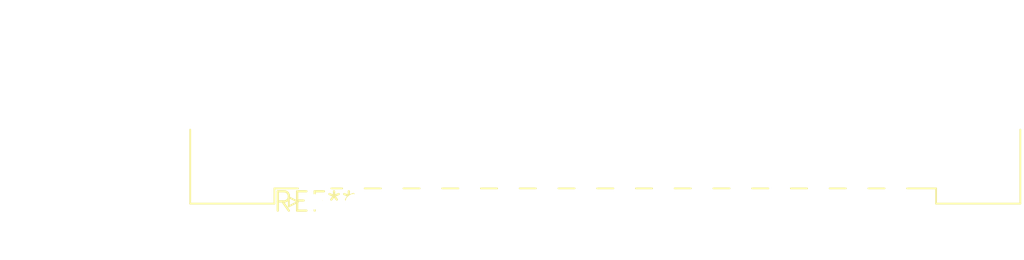
<source format=kicad_pcb>
(kicad_pcb (version 20240108) (generator pcbnew)
  (layers (0 "F.Cu" signal) (31 "B.Cu" signal) (34 "B.Paste" user) (35 "F.Paste" user) (36 "B.SilkS" user "B.Silkscreen") (37 "F.SilkS" user "F.Silkscreen") (38 "B.Mask" user) (39 "F.Mask" user) (44 "Edge.Cuts" user))
  (net 0 "")
  (footprint "DIN41612_Q2_2x16_Female_Horizontal_THT" (layer "F.Cu") (at 0 0)
    (property "Reference" "REF**")
    (property "Value" "DIN41612_Q2_2x16_Female_Horizontal_THT")
    (fp_line (start -8.16 -4.74) (end -8.16 0.12) (layer "F.SilkS") (stroke (width 0.12)))
    (fp_line (start -8.16 0.12) (end -2.64 0.12) (layer "F.SilkS") (stroke (width 0.12)))
    (fp_line (start -2.64 -0.88) (end -1.095 -0.88) (layer "F.SilkS") (stroke (width 0.12)))
    (fp_line (start -2.64 0.12) (end -2.64 -0.88) (layer "F.SilkS") (stroke (width 0.12)))
    (fp_line (start -1.695 -0.3) (end -1.695 0.3) (layer "F.SilkS") (stroke (width 0.12)))
    (fp_line (start -1.695 0.3) (end -1.095 0) (layer "F.SilkS") (stroke (width 0.12)))
    (fp_line (start -1.095 0) (end -1.695 -0.3) (layer "F.SilkS") (stroke (width 0.12)))
    (fp_line (start 1.095 -0.88) (end 1.801 -0.88) (layer "F.SilkS") (stroke (width 0.12)))
    (fp_line (start 3.28 -0.88) (end 4.341 -0.88) (layer "F.SilkS") (stroke (width 0.12)))
    (fp_line (start 5.82 -0.88) (end 6.881 -0.88) (layer "F.SilkS") (stroke (width 0.12)))
    (fp_line (start 8.36 -0.88) (end 9.421 -0.88) (layer "F.SilkS") (stroke (width 0.12)))
    (fp_line (start 10.9 -0.88) (end 11.961 -0.88) (layer "F.SilkS") (stroke (width 0.12)))
    (fp_line (start 13.44 -0.88) (end 14.501 -0.88) (layer "F.SilkS") (stroke (width 0.12)))
    (fp_line (start 15.98 -0.88) (end 17.041 -0.88) (layer "F.SilkS") (stroke (width 0.12)))
    (fp_line (start 18.52 -0.88) (end 19.581 -0.88) (layer "F.SilkS") (stroke (width 0.12)))
    (fp_line (start 21.06 -0.88) (end 22.121 -0.88) (layer "F.SilkS") (stroke (width 0.12)))
    (fp_line (start 23.6 -0.88) (end 24.661 -0.88) (layer "F.SilkS") (stroke (width 0.12)))
    (fp_line (start 26.14 -0.88) (end 27.201 -0.88) (layer "F.SilkS") (stroke (width 0.12)))
    (fp_line (start 28.68 -0.88) (end 29.741 -0.88) (layer "F.SilkS") (stroke (width 0.12)))
    (fp_line (start 31.22 -0.88) (end 32.281 -0.88) (layer "F.SilkS") (stroke (width 0.12)))
    (fp_line (start 33.76 -0.88) (end 34.821 -0.88) (layer "F.SilkS") (stroke (width 0.12)))
    (fp_line (start 36.3 -0.88) (end 37.361 -0.88) (layer "F.SilkS") (stroke (width 0.12)))
    (fp_line (start 38.84 -0.88) (end 40.74 -0.88) (layer "F.SilkS") (stroke (width 0.12)))
    (fp_line (start 40.74 0.12) (end 40.74 -0.88) (layer "F.SilkS") (stroke (width 0.12)))
    (fp_line (start 46.26 -4.74) (end 46.26 0.12) (layer "F.SilkS") (stroke (width 0.12)))
    (fp_line (start 46.26 0.12) (end 40.74 0.12) (layer "F.SilkS") (stroke (width 0.12)))
    (pad "" np_thru_hole circle (at -5.08 -2.54) (size 2.85 2.85) (drill 2.85) (layers *.Cu *.Mask))
    (pad "" np_thru_hole circle (at 43.18 -2.54) (size 2.85 2.85) (drill 2.85) (layers *.Cu *.Mask))
    (pad "a1" thru_hole roundrect (at 0 0) (size 1.55 1.55) (drill 1) (layers *.Cu *.Mask) (remove_unused_layers) (roundrect_rratio 0.16129))
    (pad "a2" thru_hole circle (at 2.54 0) (size 1.55 1.55) (drill 1) (layers *.Cu *.Mask) (remove_unused_layers))
    (pad "a3" thru_hole circle (at 5.08 0) (size 1.55 1.55) (drill 1) (layers *.Cu *.Mask) (remove_unused_layers))
    (pad "a4" thru_hole circle (at 7.62 0) (size 1.55 1.55) (drill 1) (layers *.Cu *.Mask) (remove_unused_layers))
    (pad "a5" thru_hole circle (at 10.16 0) (size 1.55 1.55) (drill 1) (layers *.Cu *.Mask) (remove_unused_layers))
    (pad "a6" thru_hole circle (at 12.7 0) (size 1.55 1.55) (drill 1) (layers *.Cu *.Mask) (remove_unused_layers))
    (pad "a7" thru_hole circle (at 15.24 0) (size 1.55 1.55) (drill 1) (layers *.Cu *.Mask) (remove_unused_layers))
    (pad "a8" thru_hole circle (at 17.78 0) (size 1.55 1.55) (drill 1) (layers *.Cu *.Mask) (remove_unused_layers))
    (pad "a9" thru_hole circle (at 20.32 0) (size 1.55 1.55) (drill 1) (layers *.Cu *.Mask) (remove_unused_layers))
    (pad "a10" thru_hole circle (at 22.86 0) (size 1.55 1.55) (drill 1) (layers *.Cu *.Mask) (remove_unused_layers))
    (pad "a11" thru_hole circle (at 25.4 0) (size 1.55 1.55) (drill 1) (layers *.Cu *.Mask) (remove_unused_layers))
    (pad "a12" thru_hole circle (at 27.94 0) (size 1.55 1.55) (drill 1) (layers *.Cu *.Mask) (remove_unused_layers))
    (pad "a13" thru_hole circle (at 30.48 0) (size 1.55 1.55) (drill 1) (layers *.Cu *.Mask) (remove_unused_layers))
    (pad "a14" thru_hole circle (at 33.02 0) (size 1.55 1.55) (drill 1) (layers *.Cu *.Mask) (remove_unused_layers))
    (pad "a15" thru_hole circle (at 35.56 0) (size 1.55 1.55) (drill 1) (layers *.Cu *.Mask) (remove_unused_layers))
    (pad "a16" thru_hole circle (at 38.1 0) (size 1.55 1.55) (drill 1) (layers *.Cu *.Mask) (remove_unused_layers))
    (pad "b1" thru_hole circle (at 0 2.54) (size 1.55 1.55) (drill 1) (layers *.Cu *.Mask) (remove_unused_layers))
    (pad "b2" thru_hole circle (at 2.54 2.54) (size 1.55 1.55) (drill 1) (layers *.Cu *.Mask) (remove_unused_layers))
    (pad "b3" thru_hole circle (at 5.08 2.54) (size 1.55 1.55) (drill 1) (layers *.Cu *.Mask) (remove_unused_layers))
    (pad "b4" thru_hole circle (at 7.62 2.54) (size 1.55 1.55) (drill 1) (layers *.Cu *.Mask) (remove_unused_layers))
    (pad "b5" thru_hole circle (at 10.16 2.54) (size 1.55 1.55) (drill 1) (layers *.Cu *.Mask) (remove_unused_layers))
    (pad "b6" thru_hole circle (at 12.7 2.54) (size 1.55 1.55) (drill 1) (layers *.Cu *.Mask) (remove_unused_layers))
    (pad "b7" thru_hole circle (at 15.24 2.54) (size 1.55 1.55) (drill 1) (layers *.Cu *.Mask) (remove_unused_layers))
    (pad "b8" thru_hole circle (at 17.78 2.54) (size 1.55 1.55) (drill 1) (layers *.Cu *.Mask) (remove_unused_layers))
    (pad "b9" thru_hole circle (at 20.32 2.54) (size 1.55 1.55) (drill 1) (layers *.Cu *.Mask) (remove_unused_layers))
    (pad "b10" thru_hole circle (at 22.86 2.54) (size 1.55 1.55) (drill 1) (layers *.Cu *.Mask) (remove_unused_layers))
    (pad "b11" thru_hole circle (at 25.4 2.54) (size 1.55 1.55) (drill 1) (layers *.Cu *.Mask) (remove_unused_layers))
    (pad "b12" thru_hole circle (at 27.94 2.54) (size 1.55 1.55) (drill 1) (layers *.Cu *.Mask) (remove_unused_layers))
    (pad "b13" thru_hole circle (at 30.48 2.54) (size 1.55 1.55) (drill 1) (layers *.Cu *.Mask) (remove_unused_layers))
    (pad "b14" thru_hole circle (at 33.02 2.54) (size 1.55 1.55) (drill 1) (layers *.Cu *.Mask) (remove_unused_layers))
    (pad "b15" thru_hole circle (at 35.56 2.54) (size 1.55 1.55) (drill 1) (layers *.Cu *.Mask) (remove_unused_layers))
    (pad "b16" thru_hole circle (at 38.1 2.54) (size 1.55 1.55) (drill 1) (layers *.Cu *.Mask) (remove_unused_layers))
  )
)
</source>
